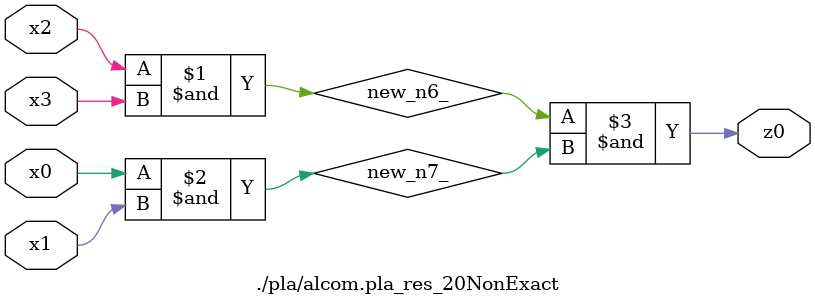
<source format=v>

module \./pla/alcom.pla_res_20NonExact  ( 
    x0, x1, x2, x3,
    z0  );
  input  x0, x1, x2, x3;
  output z0;
  wire new_n6_, new_n7_;
  assign new_n6_ = x2 & x3;
  assign new_n7_ = x0 & x1;
  assign z0 = new_n6_ & new_n7_;
endmodule



</source>
